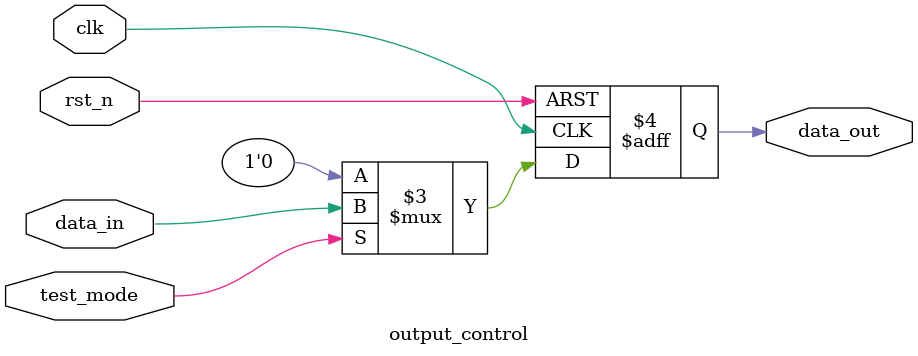
<source format=sv>
module test_mode_xnor #(
    parameter MODE_DEFAULT = 1'b0
)(
    input  wire clk,        // 系统时钟
    input  wire rst_n,      // 低电平有效复位
    input  wire test_mode,  // 测试模式选择
    input  wire a,          // 操作数A
    input  wire b,          // 操作数B
    output wire y           // 最终输出
);
    // 内部信号定义
    wire logic_result;      // 逻辑运算结果
    wire mux_out;           // 多路选择器输出
    
    // 实例化逻辑运算子模块
    logic_operation_unit #(
        .OPERATION_TYPE(1)  // 1表示XNOR操作
    ) logic_unit (
        .clk        (clk),
        .rst_n      (rst_n),
        .operand_a  (a),
        .operand_b  (b),
        .result     (logic_result)
    );
    
    // 实例化输出控制子模块
    output_control output_ctrl (
        .clk        (clk),
        .rst_n      (rst_n),
        .test_mode  (test_mode),
        .data_in    (logic_result),
        .data_out   (y)
    );
    
endmodule

// 通用逻辑运算子模块
module logic_operation_unit #(
    parameter OPERATION_TYPE = 1  // 0=AND, 1=XNOR, 2=OR, 3=XOR
)(
    input  wire clk,          // 系统时钟
    input  wire rst_n,        // 低电平有效复位
    input  wire operand_a,    // 第一个操作数
    input  wire operand_b,    // 第二个操作数
    output wire result        // 运算结果
);
    // 内部信号
    reg  operation_result;
    
    // 基于参数选择逻辑运算类型
    always @(*) begin
        case (OPERATION_TYPE)
            0: operation_result = operand_a & operand_b;    // AND
            1: operation_result = ~(operand_a ^ operand_b); // XNOR
            2: operation_result = operand_a | operand_b;    // OR
            3: operation_result = operand_a ^ operand_b;    // XOR
            default: operation_result = ~(operand_a ^ operand_b); // 默认XNOR
        endcase
    end
    
    // 输出赋值
    assign result = operation_result;
    
endmodule

// 输出控制子模块
module output_control (
    input  wire clk,       // 系统时钟
    input  wire rst_n,     // 低电平有效复位
    input  wire test_mode, // 测试模式控制信号
    input  wire data_in,   // 数据输入
    output reg  data_out   // 数据输出
);
    // 测试模式控制逻辑
    always @(posedge clk or negedge rst_n) begin
        if (!rst_n) begin
            data_out <= 1'b0; // 复位时输出置零
        end else begin
            data_out <= test_mode ? data_in : 1'b0; // 测试模式选择
        end
    end
    
endmodule
</source>
